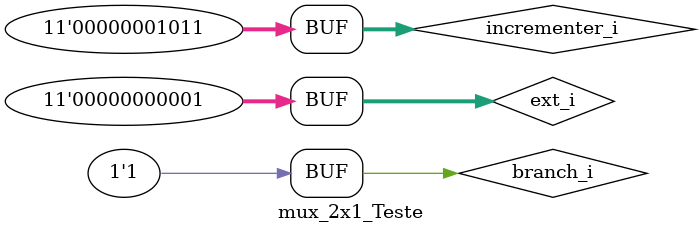
<source format=v>
`timescale 10 ns / 10 ns

module mux_2x1_Teste;

//Inputs
reg [10:0] incrementer_i;
reg [10:0] ext_i;
reg branch_i;

//Outputs
wire [10:0] pc_o;//Saída do mux

mux_2x1 DUT(incrementer_i, branch_i, ext_i, pc_o);
initial
	begin
	
	incrementer_i = 11'b1001;
	ext_i = 11'b1000;
	branch_i = 1'b0;

	#10 branch_i = 1'b1; // Saída = 8 = 1000
	
	#10 incrementer_i = 11'b1001; // Saída = 8 = 1000
	
	#10 branch_i = 1'b0; //Saída = 9 = 1001 
	
	#10 incrementer_i = 11'b1011; //Saída = 11 = 1011
	
	#10 ext_i = 11'b1110; // Saída = 11 = 1011
	
	#10 branch_i = 1'b1;  // Saída = 14 = 1110
	
	#10 ext_i = 11'b0001; // Saída = 1 = 0001
	
	#10 ext_i = 11'b0001; // Saída = 1 = 0001
	
	end
endmodule 
</source>
